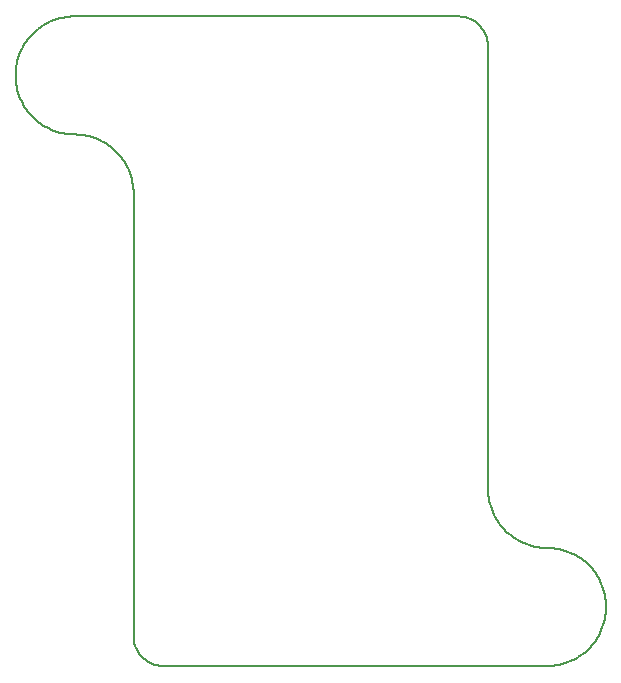
<source format=gko>
G04*
G04 #@! TF.GenerationSoftware,Altium Limited,CircuitStudio,1.5.2 (30)*
G04*
G04 Layer_Color=16720538*
%FSLAX25Y25*%
%MOIN*%
G70*
G01*
G75*
%ADD82C,0.00500*%
D82*
X0Y9843D02*
X54Y8814D01*
X215Y7796D01*
X482Y6801D01*
X851Y5839D01*
X1319Y4921D01*
X1880Y4057D01*
X2528Y3257D01*
X3257Y2528D01*
X4057Y1880D01*
X4921Y1319D01*
X5839Y851D01*
X6801Y482D01*
X7796Y215D01*
X8814Y54D01*
X9843Y0D01*
X118110Y206693D02*
X118056Y207722D01*
X117895Y208739D01*
X117629Y209734D01*
X117259Y210696D01*
X116792Y211614D01*
X116230Y212478D01*
X115582Y213279D01*
X114854Y214007D01*
X114053Y214656D01*
X113189Y215217D01*
X112271Y215685D01*
X111309Y216054D01*
X110314Y216320D01*
X109297Y216481D01*
X108268Y216535D01*
X-19685D02*
X-20682Y216510D01*
X-21677Y216434D01*
X-22666Y216308D01*
X-23648Y216132D01*
X-24619Y215907D01*
X-25578Y215633D01*
X-26522Y215310D01*
X-27448Y214940D01*
X-28354Y214524D01*
X-29238Y214062D01*
X-30098Y213556D01*
X-30931Y213007D01*
X-31734Y212417D01*
X-32507Y211787D01*
X-33247Y211118D01*
X-33953Y210413D01*
X-34621Y209673D01*
X-35252Y208900D01*
X-35842Y208096D01*
X-36391Y207263D01*
X-36897Y206404D01*
X-37358Y205520D01*
X-37775Y204613D01*
X-38145Y203687D01*
X-38467Y202743D01*
X-38742Y201784D01*
X-38967Y200813D01*
X-39143Y199831D01*
X-39269Y198842D01*
X-39345Y197847D01*
X-39370Y196850D01*
X-39345Y195853D01*
X-39269Y194859D01*
X-39143Y193869D01*
X-38967Y192888D01*
X-38742Y191916D01*
X-38467Y190957D01*
X-38145Y190014D01*
X-37775Y189087D01*
X-37358Y188181D01*
X-36897Y187297D01*
X-36391Y186438D01*
X-35842Y185605D01*
X-35252Y184801D01*
X-34621Y184028D01*
X-33953Y183288D01*
X-33247Y182583D01*
X-32507Y181914D01*
X-31734Y181284D01*
X-30930Y180694D01*
X-30098Y180145D01*
X-29238Y179639D01*
X-28354Y179177D01*
X-27448Y178761D01*
X-26522Y178391D01*
X-25578Y178068D01*
X-24619Y177794D01*
X-23648Y177568D01*
X-22666Y177392D01*
X-21677Y177266D01*
X-20682Y177191D01*
X-19685Y177165D01*
X0Y157480D02*
X-25Y158477D01*
X-101Y159472D01*
X-227Y160461D01*
X-403Y161443D01*
X-628Y162414D01*
X-903Y163373D01*
X-1225Y164317D01*
X-1595Y165243D01*
X-2012Y166149D01*
X-2473Y167034D01*
X-2979Y167893D01*
X-3528Y168726D01*
X-4119Y169530D01*
X-4749Y170303D01*
X-5418Y171043D01*
X-6123Y171748D01*
X-6863Y172416D01*
X-7636Y173047D01*
X-8440Y173637D01*
X-9272Y174186D01*
X-10132Y174692D01*
X-11016Y175154D01*
X-11922Y175570D01*
X-12848Y175940D01*
X-13792Y176263D01*
X-14751Y176537D01*
X-15722Y176762D01*
X-16704Y176938D01*
X-17694Y177064D01*
X-18688Y177140D01*
X-19685Y177165D01*
X118110Y59055D02*
X118135Y58058D01*
X118211Y57064D01*
X118337Y56074D01*
X118513Y55093D01*
X118739Y54121D01*
X119013Y53162D01*
X119336Y52218D01*
X119706Y51292D01*
X120122Y50386D01*
X120584Y49502D01*
X121090Y48642D01*
X121639Y47810D01*
X122229Y47006D01*
X122859Y46233D01*
X123528Y45493D01*
X124233Y44787D01*
X124973Y44119D01*
X125746Y43489D01*
X126550Y42898D01*
X127383Y42349D01*
X128242Y41844D01*
X129126Y41382D01*
X130032Y40965D01*
X130959Y40595D01*
X131902Y40273D01*
X132861Y39998D01*
X133833Y39773D01*
X134815Y39597D01*
X135804Y39471D01*
X136798Y39395D01*
X137795Y39370D01*
Y0D02*
X138792Y25D01*
X139787Y101D01*
X140776Y227D01*
X141758Y403D01*
X142729Y628D01*
X143688Y903D01*
X144632Y1225D01*
X145558Y1595D01*
X146465Y2012D01*
X147348Y2473D01*
X148208Y2979D01*
X149041Y3528D01*
X149845Y4119D01*
X150618Y4749D01*
X151358Y5418D01*
X152063Y6123D01*
X152732Y6863D01*
X153362Y7636D01*
X153952Y8440D01*
X154501Y9272D01*
X155007Y10132D01*
X155469Y11016D01*
X155885Y11922D01*
X156255Y12848D01*
X156578Y13792D01*
X156852Y14751D01*
X157077Y15722D01*
X157253Y16704D01*
X157379Y17694D01*
X157455Y18688D01*
X157480Y19685D01*
X157455Y20682D01*
X157379Y21677D01*
X157253Y22666D01*
X157077Y23648D01*
X156852Y24619D01*
X156578Y25578D01*
X156255Y26522D01*
X155885Y27448D01*
X155469Y28354D01*
X155007Y29238D01*
X154501Y30098D01*
X153952Y30931D01*
X153362Y31734D01*
X152731Y32507D01*
X152063Y33247D01*
X151358Y33953D01*
X150618Y34621D01*
X149845Y35252D01*
X149041Y35842D01*
X148208Y36391D01*
X147348Y36897D01*
X146464Y37358D01*
X145558Y37775D01*
X144632Y38145D01*
X143688Y38467D01*
X142729Y38742D01*
X141758Y38967D01*
X140776Y39143D01*
X139787Y39269D01*
X138792Y39345D01*
X137795Y39370D01*
X0Y9843D02*
Y157480D01*
X9843Y0D02*
X137795D01*
X-19685Y216535D02*
X108268D01*
X118110Y59055D02*
Y206693D01*
M02*

</source>
